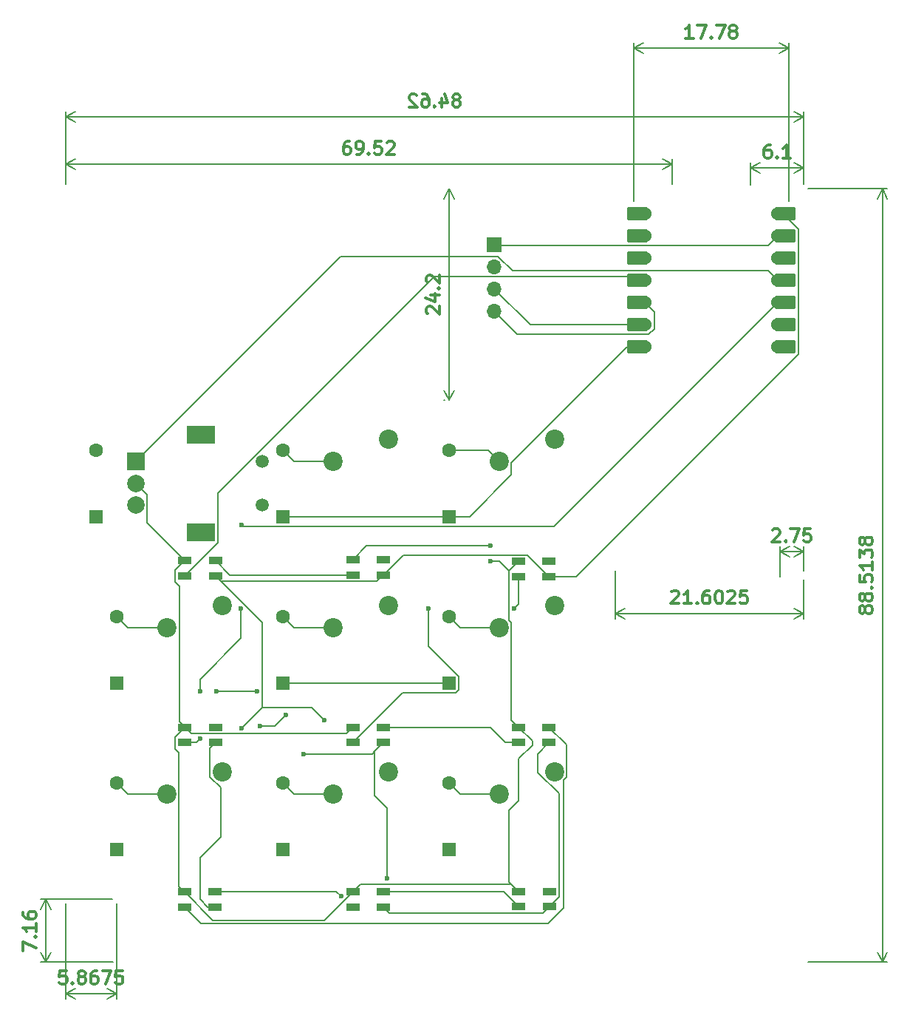
<source format=gbr>
%TF.GenerationSoftware,KiCad,Pcbnew,9.0.2*%
%TF.CreationDate,2025-07-05T22:13:59-05:00*%
%TF.ProjectId,starpad,73746172-7061-4642-9e6b-696361645f70,rev?*%
%TF.SameCoordinates,Original*%
%TF.FileFunction,Copper,L1,Top*%
%TF.FilePolarity,Positive*%
%FSLAX46Y46*%
G04 Gerber Fmt 4.6, Leading zero omitted, Abs format (unit mm)*
G04 Created by KiCad (PCBNEW 9.0.2) date 2025-07-05 22:13:59*
%MOMM*%
%LPD*%
G01*
G04 APERTURE LIST*
G04 Aperture macros list*
%AMRoundRect*
0 Rectangle with rounded corners*
0 $1 Rounding radius*
0 $2 $3 $4 $5 $6 $7 $8 $9 X,Y pos of 4 corners*
0 Add a 4 corners polygon primitive as box body*
4,1,4,$2,$3,$4,$5,$6,$7,$8,$9,$2,$3,0*
0 Add four circle primitives for the rounded corners*
1,1,$1+$1,$2,$3*
1,1,$1+$1,$4,$5*
1,1,$1+$1,$6,$7*
1,1,$1+$1,$8,$9*
0 Add four rect primitives between the rounded corners*
20,1,$1+$1,$2,$3,$4,$5,0*
20,1,$1+$1,$4,$5,$6,$7,0*
20,1,$1+$1,$6,$7,$8,$9,0*
20,1,$1+$1,$8,$9,$2,$3,0*%
G04 Aperture macros list end*
%ADD10C,0.300000*%
%TA.AperFunction,NonConductor*%
%ADD11C,0.300000*%
%TD*%
%TA.AperFunction,NonConductor*%
%ADD12C,0.200000*%
%TD*%
%TA.AperFunction,SMDPad,CuDef*%
%ADD13RoundRect,0.152400X1.063600X0.609600X-1.063600X0.609600X-1.063600X-0.609600X1.063600X-0.609600X0*%
%TD*%
%TA.AperFunction,ComponentPad*%
%ADD14C,1.524000*%
%TD*%
%TA.AperFunction,SMDPad,CuDef*%
%ADD15RoundRect,0.152400X-1.063600X-0.609600X1.063600X-0.609600X1.063600X0.609600X-1.063600X0.609600X0*%
%TD*%
%TA.AperFunction,SMDPad,CuDef*%
%ADD16R,1.600000X0.850000*%
%TD*%
%TA.AperFunction,ComponentPad*%
%ADD17RoundRect,0.250000X0.550000X-0.550000X0.550000X0.550000X-0.550000X0.550000X-0.550000X-0.550000X0*%
%TD*%
%TA.AperFunction,ComponentPad*%
%ADD18C,1.600000*%
%TD*%
%TA.AperFunction,ComponentPad*%
%ADD19R,1.700000X1.700000*%
%TD*%
%TA.AperFunction,ComponentPad*%
%ADD20O,1.700000X1.700000*%
%TD*%
%TA.AperFunction,ComponentPad*%
%ADD21C,2.200000*%
%TD*%
%TA.AperFunction,ComponentPad*%
%ADD22C,1.500000*%
%TD*%
%TA.AperFunction,ComponentPad*%
%ADD23R,2.000000X2.000000*%
%TD*%
%TA.AperFunction,ComponentPad*%
%ADD24C,2.000000*%
%TD*%
%TA.AperFunction,ComponentPad*%
%ADD25R,3.200000X2.000000*%
%TD*%
%TA.AperFunction,ViaPad*%
%ADD26C,0.600000*%
%TD*%
%TA.AperFunction,Conductor*%
%ADD27C,0.200000*%
%TD*%
G04 APERTURE END LIST*
D10*
D11*
X146600715Y-129171185D02*
X146672143Y-129099757D01*
X146672143Y-129099757D02*
X146815001Y-129028328D01*
X146815001Y-129028328D02*
X147172143Y-129028328D01*
X147172143Y-129028328D02*
X147315001Y-129099757D01*
X147315001Y-129099757D02*
X147386429Y-129171185D01*
X147386429Y-129171185D02*
X147457858Y-129314042D01*
X147457858Y-129314042D02*
X147457858Y-129456900D01*
X147457858Y-129456900D02*
X147386429Y-129671185D01*
X147386429Y-129671185D02*
X146529286Y-130528328D01*
X146529286Y-130528328D02*
X147457858Y-130528328D01*
X148100714Y-130385471D02*
X148172143Y-130456900D01*
X148172143Y-130456900D02*
X148100714Y-130528328D01*
X148100714Y-130528328D02*
X148029286Y-130456900D01*
X148029286Y-130456900D02*
X148100714Y-130385471D01*
X148100714Y-130385471D02*
X148100714Y-130528328D01*
X148672143Y-129028328D02*
X149672143Y-129028328D01*
X149672143Y-129028328D02*
X149029286Y-130528328D01*
X150957857Y-129028328D02*
X150243571Y-129028328D01*
X150243571Y-129028328D02*
X150172143Y-129742614D01*
X150172143Y-129742614D02*
X150243571Y-129671185D01*
X150243571Y-129671185D02*
X150386429Y-129599757D01*
X150386429Y-129599757D02*
X150743571Y-129599757D01*
X150743571Y-129599757D02*
X150886429Y-129671185D01*
X150886429Y-129671185D02*
X150957857Y-129742614D01*
X150957857Y-129742614D02*
X151029286Y-129885471D01*
X151029286Y-129885471D02*
X151029286Y-130242614D01*
X151029286Y-130242614D02*
X150957857Y-130385471D01*
X150957857Y-130385471D02*
X150886429Y-130456900D01*
X150886429Y-130456900D02*
X150743571Y-130528328D01*
X150743571Y-130528328D02*
X150386429Y-130528328D01*
X150386429Y-130528328D02*
X150243571Y-130456900D01*
X150243571Y-130456900D02*
X150172143Y-130385471D01*
D12*
X150190000Y-133836875D02*
X150190000Y-131063580D01*
X147440000Y-131063580D02*
X147440000Y-134460000D01*
X150190000Y-131650000D02*
X147440000Y-131650000D01*
X150190000Y-131650000D02*
X149063496Y-132236421D01*
X150190000Y-131650000D02*
X149063496Y-131063579D01*
X147440000Y-131650000D02*
X148566504Y-131063579D01*
X147440000Y-131650000D02*
X148566504Y-132236421D01*
D10*
D11*
X137518572Y-72848328D02*
X136661429Y-72848328D01*
X137090000Y-72848328D02*
X137090000Y-71348328D01*
X137090000Y-71348328D02*
X136947143Y-71562614D01*
X136947143Y-71562614D02*
X136804286Y-71705471D01*
X136804286Y-71705471D02*
X136661429Y-71776900D01*
X138018571Y-71348328D02*
X139018571Y-71348328D01*
X139018571Y-71348328D02*
X138375714Y-72848328D01*
X139589999Y-72705471D02*
X139661428Y-72776900D01*
X139661428Y-72776900D02*
X139589999Y-72848328D01*
X139589999Y-72848328D02*
X139518571Y-72776900D01*
X139518571Y-72776900D02*
X139589999Y-72705471D01*
X139589999Y-72705471D02*
X139589999Y-72848328D01*
X140161428Y-71348328D02*
X141161428Y-71348328D01*
X141161428Y-71348328D02*
X140518571Y-72848328D01*
X141947142Y-71991185D02*
X141804285Y-71919757D01*
X141804285Y-71919757D02*
X141732856Y-71848328D01*
X141732856Y-71848328D02*
X141661428Y-71705471D01*
X141661428Y-71705471D02*
X141661428Y-71634042D01*
X141661428Y-71634042D02*
X141732856Y-71491185D01*
X141732856Y-71491185D02*
X141804285Y-71419757D01*
X141804285Y-71419757D02*
X141947142Y-71348328D01*
X141947142Y-71348328D02*
X142232856Y-71348328D01*
X142232856Y-71348328D02*
X142375714Y-71419757D01*
X142375714Y-71419757D02*
X142447142Y-71491185D01*
X142447142Y-71491185D02*
X142518571Y-71634042D01*
X142518571Y-71634042D02*
X142518571Y-71705471D01*
X142518571Y-71705471D02*
X142447142Y-71848328D01*
X142447142Y-71848328D02*
X142375714Y-71919757D01*
X142375714Y-71919757D02*
X142232856Y-71991185D01*
X142232856Y-71991185D02*
X141947142Y-71991185D01*
X141947142Y-71991185D02*
X141804285Y-72062614D01*
X141804285Y-72062614D02*
X141732856Y-72134042D01*
X141732856Y-72134042D02*
X141661428Y-72276900D01*
X141661428Y-72276900D02*
X141661428Y-72562614D01*
X141661428Y-72562614D02*
X141732856Y-72705471D01*
X141732856Y-72705471D02*
X141804285Y-72776900D01*
X141804285Y-72776900D02*
X141947142Y-72848328D01*
X141947142Y-72848328D02*
X142232856Y-72848328D01*
X142232856Y-72848328D02*
X142375714Y-72776900D01*
X142375714Y-72776900D02*
X142447142Y-72705471D01*
X142447142Y-72705471D02*
X142518571Y-72562614D01*
X142518571Y-72562614D02*
X142518571Y-72276900D01*
X142518571Y-72276900D02*
X142447142Y-72134042D01*
X142447142Y-72134042D02*
X142375714Y-72062614D01*
X142375714Y-72062614D02*
X142232856Y-71991185D01*
D12*
X130700000Y-91444000D02*
X130700000Y-73383580D01*
X148480000Y-73383580D02*
X148480000Y-91444000D01*
X130700000Y-73970000D02*
X148480000Y-73970000D01*
X130700000Y-73970000D02*
X131826504Y-73383579D01*
X130700000Y-73970000D02*
X131826504Y-74556421D01*
X148480000Y-73970000D02*
X147353496Y-74556421D01*
X148480000Y-73970000D02*
X147353496Y-73383579D01*
D10*
D11*
X107061185Y-104394284D02*
X106989757Y-104322856D01*
X106989757Y-104322856D02*
X106918328Y-104179999D01*
X106918328Y-104179999D02*
X106918328Y-103822856D01*
X106918328Y-103822856D02*
X106989757Y-103679999D01*
X106989757Y-103679999D02*
X107061185Y-103608570D01*
X107061185Y-103608570D02*
X107204042Y-103537141D01*
X107204042Y-103537141D02*
X107346900Y-103537141D01*
X107346900Y-103537141D02*
X107561185Y-103608570D01*
X107561185Y-103608570D02*
X108418328Y-104465713D01*
X108418328Y-104465713D02*
X108418328Y-103537141D01*
X107418328Y-102251428D02*
X108418328Y-102251428D01*
X106846900Y-102608570D02*
X107918328Y-102965713D01*
X107918328Y-102965713D02*
X107918328Y-102037142D01*
X108275471Y-101465714D02*
X108346900Y-101394285D01*
X108346900Y-101394285D02*
X108418328Y-101465714D01*
X108418328Y-101465714D02*
X108346900Y-101537142D01*
X108346900Y-101537142D02*
X108275471Y-101465714D01*
X108275471Y-101465714D02*
X108418328Y-101465714D01*
X107061185Y-100822856D02*
X106989757Y-100751428D01*
X106989757Y-100751428D02*
X106918328Y-100608571D01*
X106918328Y-100608571D02*
X106918328Y-100251428D01*
X106918328Y-100251428D02*
X106989757Y-100108571D01*
X106989757Y-100108571D02*
X107061185Y-100037142D01*
X107061185Y-100037142D02*
X107204042Y-99965713D01*
X107204042Y-99965713D02*
X107346900Y-99965713D01*
X107346900Y-99965713D02*
X107561185Y-100037142D01*
X107561185Y-100037142D02*
X108418328Y-100894285D01*
X108418328Y-100894285D02*
X108418328Y-99965713D01*
D12*
X109047500Y-114280000D02*
X108953580Y-114280000D01*
X109540000Y-90080000D02*
X109540000Y-90080000D01*
X109540000Y-114280000D02*
X109540000Y-90080000D01*
X109540000Y-114280000D02*
X108953579Y-113153496D01*
X109540000Y-114280000D02*
X110126421Y-113153496D01*
X109540000Y-90080000D02*
X110126421Y-91206504D01*
X109540000Y-90080000D02*
X108953579Y-91206504D01*
D10*
D11*
X135031608Y-136221185D02*
X135103036Y-136149757D01*
X135103036Y-136149757D02*
X135245894Y-136078328D01*
X135245894Y-136078328D02*
X135603036Y-136078328D01*
X135603036Y-136078328D02*
X135745894Y-136149757D01*
X135745894Y-136149757D02*
X135817322Y-136221185D01*
X135817322Y-136221185D02*
X135888751Y-136364042D01*
X135888751Y-136364042D02*
X135888751Y-136506900D01*
X135888751Y-136506900D02*
X135817322Y-136721185D01*
X135817322Y-136721185D02*
X134960179Y-137578328D01*
X134960179Y-137578328D02*
X135888751Y-137578328D01*
X137317322Y-137578328D02*
X136460179Y-137578328D01*
X136888750Y-137578328D02*
X136888750Y-136078328D01*
X136888750Y-136078328D02*
X136745893Y-136292614D01*
X136745893Y-136292614D02*
X136603036Y-136435471D01*
X136603036Y-136435471D02*
X136460179Y-136506900D01*
X137960178Y-137435471D02*
X138031607Y-137506900D01*
X138031607Y-137506900D02*
X137960178Y-137578328D01*
X137960178Y-137578328D02*
X137888750Y-137506900D01*
X137888750Y-137506900D02*
X137960178Y-137435471D01*
X137960178Y-137435471D02*
X137960178Y-137578328D01*
X139317322Y-136078328D02*
X139031607Y-136078328D01*
X139031607Y-136078328D02*
X138888750Y-136149757D01*
X138888750Y-136149757D02*
X138817322Y-136221185D01*
X138817322Y-136221185D02*
X138674464Y-136435471D01*
X138674464Y-136435471D02*
X138603036Y-136721185D01*
X138603036Y-136721185D02*
X138603036Y-137292614D01*
X138603036Y-137292614D02*
X138674464Y-137435471D01*
X138674464Y-137435471D02*
X138745893Y-137506900D01*
X138745893Y-137506900D02*
X138888750Y-137578328D01*
X138888750Y-137578328D02*
X139174464Y-137578328D01*
X139174464Y-137578328D02*
X139317322Y-137506900D01*
X139317322Y-137506900D02*
X139388750Y-137435471D01*
X139388750Y-137435471D02*
X139460179Y-137292614D01*
X139460179Y-137292614D02*
X139460179Y-136935471D01*
X139460179Y-136935471D02*
X139388750Y-136792614D01*
X139388750Y-136792614D02*
X139317322Y-136721185D01*
X139317322Y-136721185D02*
X139174464Y-136649757D01*
X139174464Y-136649757D02*
X138888750Y-136649757D01*
X138888750Y-136649757D02*
X138745893Y-136721185D01*
X138745893Y-136721185D02*
X138674464Y-136792614D01*
X138674464Y-136792614D02*
X138603036Y-136935471D01*
X140388750Y-136078328D02*
X140531607Y-136078328D01*
X140531607Y-136078328D02*
X140674464Y-136149757D01*
X140674464Y-136149757D02*
X140745893Y-136221185D01*
X140745893Y-136221185D02*
X140817321Y-136364042D01*
X140817321Y-136364042D02*
X140888750Y-136649757D01*
X140888750Y-136649757D02*
X140888750Y-137006900D01*
X140888750Y-137006900D02*
X140817321Y-137292614D01*
X140817321Y-137292614D02*
X140745893Y-137435471D01*
X140745893Y-137435471D02*
X140674464Y-137506900D01*
X140674464Y-137506900D02*
X140531607Y-137578328D01*
X140531607Y-137578328D02*
X140388750Y-137578328D01*
X140388750Y-137578328D02*
X140245893Y-137506900D01*
X140245893Y-137506900D02*
X140174464Y-137435471D01*
X140174464Y-137435471D02*
X140103035Y-137292614D01*
X140103035Y-137292614D02*
X140031607Y-137006900D01*
X140031607Y-137006900D02*
X140031607Y-136649757D01*
X140031607Y-136649757D02*
X140103035Y-136364042D01*
X140103035Y-136364042D02*
X140174464Y-136221185D01*
X140174464Y-136221185D02*
X140245893Y-136149757D01*
X140245893Y-136149757D02*
X140388750Y-136078328D01*
X141460178Y-136221185D02*
X141531606Y-136149757D01*
X141531606Y-136149757D02*
X141674464Y-136078328D01*
X141674464Y-136078328D02*
X142031606Y-136078328D01*
X142031606Y-136078328D02*
X142174464Y-136149757D01*
X142174464Y-136149757D02*
X142245892Y-136221185D01*
X142245892Y-136221185D02*
X142317321Y-136364042D01*
X142317321Y-136364042D02*
X142317321Y-136506900D01*
X142317321Y-136506900D02*
X142245892Y-136721185D01*
X142245892Y-136721185D02*
X141388749Y-137578328D01*
X141388749Y-137578328D02*
X142317321Y-137578328D01*
X143674463Y-136078328D02*
X142960177Y-136078328D01*
X142960177Y-136078328D02*
X142888749Y-136792614D01*
X142888749Y-136792614D02*
X142960177Y-136721185D01*
X142960177Y-136721185D02*
X143103035Y-136649757D01*
X143103035Y-136649757D02*
X143460177Y-136649757D01*
X143460177Y-136649757D02*
X143603035Y-136721185D01*
X143603035Y-136721185D02*
X143674463Y-136792614D01*
X143674463Y-136792614D02*
X143745892Y-136935471D01*
X143745892Y-136935471D02*
X143745892Y-137292614D01*
X143745892Y-137292614D02*
X143674463Y-137435471D01*
X143674463Y-137435471D02*
X143603035Y-137506900D01*
X143603035Y-137506900D02*
X143460177Y-137578328D01*
X143460177Y-137578328D02*
X143103035Y-137578328D01*
X143103035Y-137578328D02*
X142960177Y-137506900D01*
X142960177Y-137506900D02*
X142888749Y-137435471D01*
D12*
X128587500Y-133850000D02*
X128587500Y-139286420D01*
X150190000Y-139286420D02*
X150190000Y-134836875D01*
X128587500Y-138700000D02*
X150190000Y-138700000D01*
X128587500Y-138700000D02*
X129714004Y-138113579D01*
X128587500Y-138700000D02*
X129714004Y-139286421D01*
X150190000Y-138700000D02*
X149063496Y-139286421D01*
X150190000Y-138700000D02*
X149063496Y-138113579D01*
D10*
D11*
X65646608Y-179618328D02*
X64932322Y-179618328D01*
X64932322Y-179618328D02*
X64860894Y-180332614D01*
X64860894Y-180332614D02*
X64932322Y-180261185D01*
X64932322Y-180261185D02*
X65075180Y-180189757D01*
X65075180Y-180189757D02*
X65432322Y-180189757D01*
X65432322Y-180189757D02*
X65575180Y-180261185D01*
X65575180Y-180261185D02*
X65646608Y-180332614D01*
X65646608Y-180332614D02*
X65718037Y-180475471D01*
X65718037Y-180475471D02*
X65718037Y-180832614D01*
X65718037Y-180832614D02*
X65646608Y-180975471D01*
X65646608Y-180975471D02*
X65575180Y-181046900D01*
X65575180Y-181046900D02*
X65432322Y-181118328D01*
X65432322Y-181118328D02*
X65075180Y-181118328D01*
X65075180Y-181118328D02*
X64932322Y-181046900D01*
X64932322Y-181046900D02*
X64860894Y-180975471D01*
X66360893Y-180975471D02*
X66432322Y-181046900D01*
X66432322Y-181046900D02*
X66360893Y-181118328D01*
X66360893Y-181118328D02*
X66289465Y-181046900D01*
X66289465Y-181046900D02*
X66360893Y-180975471D01*
X66360893Y-180975471D02*
X66360893Y-181118328D01*
X67289465Y-180261185D02*
X67146608Y-180189757D01*
X67146608Y-180189757D02*
X67075179Y-180118328D01*
X67075179Y-180118328D02*
X67003751Y-179975471D01*
X67003751Y-179975471D02*
X67003751Y-179904042D01*
X67003751Y-179904042D02*
X67075179Y-179761185D01*
X67075179Y-179761185D02*
X67146608Y-179689757D01*
X67146608Y-179689757D02*
X67289465Y-179618328D01*
X67289465Y-179618328D02*
X67575179Y-179618328D01*
X67575179Y-179618328D02*
X67718037Y-179689757D01*
X67718037Y-179689757D02*
X67789465Y-179761185D01*
X67789465Y-179761185D02*
X67860894Y-179904042D01*
X67860894Y-179904042D02*
X67860894Y-179975471D01*
X67860894Y-179975471D02*
X67789465Y-180118328D01*
X67789465Y-180118328D02*
X67718037Y-180189757D01*
X67718037Y-180189757D02*
X67575179Y-180261185D01*
X67575179Y-180261185D02*
X67289465Y-180261185D01*
X67289465Y-180261185D02*
X67146608Y-180332614D01*
X67146608Y-180332614D02*
X67075179Y-180404042D01*
X67075179Y-180404042D02*
X67003751Y-180546900D01*
X67003751Y-180546900D02*
X67003751Y-180832614D01*
X67003751Y-180832614D02*
X67075179Y-180975471D01*
X67075179Y-180975471D02*
X67146608Y-181046900D01*
X67146608Y-181046900D02*
X67289465Y-181118328D01*
X67289465Y-181118328D02*
X67575179Y-181118328D01*
X67575179Y-181118328D02*
X67718037Y-181046900D01*
X67718037Y-181046900D02*
X67789465Y-180975471D01*
X67789465Y-180975471D02*
X67860894Y-180832614D01*
X67860894Y-180832614D02*
X67860894Y-180546900D01*
X67860894Y-180546900D02*
X67789465Y-180404042D01*
X67789465Y-180404042D02*
X67718037Y-180332614D01*
X67718037Y-180332614D02*
X67575179Y-180261185D01*
X69146608Y-179618328D02*
X68860893Y-179618328D01*
X68860893Y-179618328D02*
X68718036Y-179689757D01*
X68718036Y-179689757D02*
X68646608Y-179761185D01*
X68646608Y-179761185D02*
X68503750Y-179975471D01*
X68503750Y-179975471D02*
X68432322Y-180261185D01*
X68432322Y-180261185D02*
X68432322Y-180832614D01*
X68432322Y-180832614D02*
X68503750Y-180975471D01*
X68503750Y-180975471D02*
X68575179Y-181046900D01*
X68575179Y-181046900D02*
X68718036Y-181118328D01*
X68718036Y-181118328D02*
X69003750Y-181118328D01*
X69003750Y-181118328D02*
X69146608Y-181046900D01*
X69146608Y-181046900D02*
X69218036Y-180975471D01*
X69218036Y-180975471D02*
X69289465Y-180832614D01*
X69289465Y-180832614D02*
X69289465Y-180475471D01*
X69289465Y-180475471D02*
X69218036Y-180332614D01*
X69218036Y-180332614D02*
X69146608Y-180261185D01*
X69146608Y-180261185D02*
X69003750Y-180189757D01*
X69003750Y-180189757D02*
X68718036Y-180189757D01*
X68718036Y-180189757D02*
X68575179Y-180261185D01*
X68575179Y-180261185D02*
X68503750Y-180332614D01*
X68503750Y-180332614D02*
X68432322Y-180475471D01*
X69789464Y-179618328D02*
X70789464Y-179618328D01*
X70789464Y-179618328D02*
X70146607Y-181118328D01*
X72075178Y-179618328D02*
X71360892Y-179618328D01*
X71360892Y-179618328D02*
X71289464Y-180332614D01*
X71289464Y-180332614D02*
X71360892Y-180261185D01*
X71360892Y-180261185D02*
X71503750Y-180189757D01*
X71503750Y-180189757D02*
X71860892Y-180189757D01*
X71860892Y-180189757D02*
X72003750Y-180261185D01*
X72003750Y-180261185D02*
X72075178Y-180332614D01*
X72075178Y-180332614D02*
X72146607Y-180475471D01*
X72146607Y-180475471D02*
X72146607Y-180832614D01*
X72146607Y-180832614D02*
X72075178Y-180975471D01*
X72075178Y-180975471D02*
X72003750Y-181046900D01*
X72003750Y-181046900D02*
X71860892Y-181118328D01*
X71860892Y-181118328D02*
X71503750Y-181118328D01*
X71503750Y-181118328D02*
X71360892Y-181046900D01*
X71360892Y-181046900D02*
X71289464Y-180975471D01*
D12*
X71437500Y-171950000D02*
X71437500Y-182826420D01*
X65570000Y-182826420D02*
X65570000Y-171950000D01*
X71437500Y-182240000D02*
X65570000Y-182240000D01*
X71437500Y-182240000D02*
X70310996Y-182826421D01*
X71437500Y-182240000D02*
X70310996Y-181653579D01*
X65570000Y-182240000D02*
X66696504Y-181653579D01*
X65570000Y-182240000D02*
X66696504Y-182826421D01*
D10*
D11*
X60688328Y-177315713D02*
X60688328Y-176315713D01*
X60688328Y-176315713D02*
X62188328Y-176958570D01*
X62045471Y-175744285D02*
X62116900Y-175672856D01*
X62116900Y-175672856D02*
X62188328Y-175744285D01*
X62188328Y-175744285D02*
X62116900Y-175815713D01*
X62116900Y-175815713D02*
X62045471Y-175744285D01*
X62045471Y-175744285D02*
X62188328Y-175744285D01*
X62188328Y-174244284D02*
X62188328Y-175101427D01*
X62188328Y-174672856D02*
X60688328Y-174672856D01*
X60688328Y-174672856D02*
X60902614Y-174815713D01*
X60902614Y-174815713D02*
X61045471Y-174958570D01*
X61045471Y-174958570D02*
X61116900Y-175101427D01*
X60688328Y-172958571D02*
X60688328Y-173244285D01*
X60688328Y-173244285D02*
X60759757Y-173387142D01*
X60759757Y-173387142D02*
X60831185Y-173458571D01*
X60831185Y-173458571D02*
X61045471Y-173601428D01*
X61045471Y-173601428D02*
X61331185Y-173672856D01*
X61331185Y-173672856D02*
X61902614Y-173672856D01*
X61902614Y-173672856D02*
X62045471Y-173601428D01*
X62045471Y-173601428D02*
X62116900Y-173529999D01*
X62116900Y-173529999D02*
X62188328Y-173387142D01*
X62188328Y-173387142D02*
X62188328Y-173101428D01*
X62188328Y-173101428D02*
X62116900Y-172958571D01*
X62116900Y-172958571D02*
X62045471Y-172887142D01*
X62045471Y-172887142D02*
X61902614Y-172815713D01*
X61902614Y-172815713D02*
X61545471Y-172815713D01*
X61545471Y-172815713D02*
X61402614Y-172887142D01*
X61402614Y-172887142D02*
X61331185Y-172958571D01*
X61331185Y-172958571D02*
X61259757Y-173101428D01*
X61259757Y-173101428D02*
X61259757Y-173387142D01*
X61259757Y-173387142D02*
X61331185Y-173529999D01*
X61331185Y-173529999D02*
X61402614Y-173601428D01*
X61402614Y-173601428D02*
X61545471Y-173672856D01*
D12*
X70937500Y-171450000D02*
X62723580Y-171450000D01*
X62723580Y-178610000D02*
X71020000Y-178610000D01*
X63310000Y-171450000D02*
X63310000Y-178610000D01*
X63310000Y-171450000D02*
X63896421Y-172576504D01*
X63310000Y-171450000D02*
X62723579Y-172576504D01*
X63310000Y-178610000D02*
X62723579Y-177483496D01*
X63310000Y-178610000D02*
X63896421Y-177483496D01*
D10*
D11*
X98115715Y-84638328D02*
X97830000Y-84638328D01*
X97830000Y-84638328D02*
X97687143Y-84709757D01*
X97687143Y-84709757D02*
X97615715Y-84781185D01*
X97615715Y-84781185D02*
X97472857Y-84995471D01*
X97472857Y-84995471D02*
X97401429Y-85281185D01*
X97401429Y-85281185D02*
X97401429Y-85852614D01*
X97401429Y-85852614D02*
X97472857Y-85995471D01*
X97472857Y-85995471D02*
X97544286Y-86066900D01*
X97544286Y-86066900D02*
X97687143Y-86138328D01*
X97687143Y-86138328D02*
X97972857Y-86138328D01*
X97972857Y-86138328D02*
X98115715Y-86066900D01*
X98115715Y-86066900D02*
X98187143Y-85995471D01*
X98187143Y-85995471D02*
X98258572Y-85852614D01*
X98258572Y-85852614D02*
X98258572Y-85495471D01*
X98258572Y-85495471D02*
X98187143Y-85352614D01*
X98187143Y-85352614D02*
X98115715Y-85281185D01*
X98115715Y-85281185D02*
X97972857Y-85209757D01*
X97972857Y-85209757D02*
X97687143Y-85209757D01*
X97687143Y-85209757D02*
X97544286Y-85281185D01*
X97544286Y-85281185D02*
X97472857Y-85352614D01*
X97472857Y-85352614D02*
X97401429Y-85495471D01*
X98972857Y-86138328D02*
X99258571Y-86138328D01*
X99258571Y-86138328D02*
X99401428Y-86066900D01*
X99401428Y-86066900D02*
X99472857Y-85995471D01*
X99472857Y-85995471D02*
X99615714Y-85781185D01*
X99615714Y-85781185D02*
X99687143Y-85495471D01*
X99687143Y-85495471D02*
X99687143Y-84924042D01*
X99687143Y-84924042D02*
X99615714Y-84781185D01*
X99615714Y-84781185D02*
X99544286Y-84709757D01*
X99544286Y-84709757D02*
X99401428Y-84638328D01*
X99401428Y-84638328D02*
X99115714Y-84638328D01*
X99115714Y-84638328D02*
X98972857Y-84709757D01*
X98972857Y-84709757D02*
X98901428Y-84781185D01*
X98901428Y-84781185D02*
X98830000Y-84924042D01*
X98830000Y-84924042D02*
X98830000Y-85281185D01*
X98830000Y-85281185D02*
X98901428Y-85424042D01*
X98901428Y-85424042D02*
X98972857Y-85495471D01*
X98972857Y-85495471D02*
X99115714Y-85566900D01*
X99115714Y-85566900D02*
X99401428Y-85566900D01*
X99401428Y-85566900D02*
X99544286Y-85495471D01*
X99544286Y-85495471D02*
X99615714Y-85424042D01*
X99615714Y-85424042D02*
X99687143Y-85281185D01*
X100329999Y-85995471D02*
X100401428Y-86066900D01*
X100401428Y-86066900D02*
X100329999Y-86138328D01*
X100329999Y-86138328D02*
X100258571Y-86066900D01*
X100258571Y-86066900D02*
X100329999Y-85995471D01*
X100329999Y-85995471D02*
X100329999Y-86138328D01*
X101758571Y-84638328D02*
X101044285Y-84638328D01*
X101044285Y-84638328D02*
X100972857Y-85352614D01*
X100972857Y-85352614D02*
X101044285Y-85281185D01*
X101044285Y-85281185D02*
X101187143Y-85209757D01*
X101187143Y-85209757D02*
X101544285Y-85209757D01*
X101544285Y-85209757D02*
X101687143Y-85281185D01*
X101687143Y-85281185D02*
X101758571Y-85352614D01*
X101758571Y-85352614D02*
X101830000Y-85495471D01*
X101830000Y-85495471D02*
X101830000Y-85852614D01*
X101830000Y-85852614D02*
X101758571Y-85995471D01*
X101758571Y-85995471D02*
X101687143Y-86066900D01*
X101687143Y-86066900D02*
X101544285Y-86138328D01*
X101544285Y-86138328D02*
X101187143Y-86138328D01*
X101187143Y-86138328D02*
X101044285Y-86066900D01*
X101044285Y-86066900D02*
X100972857Y-85995471D01*
X102401428Y-84781185D02*
X102472856Y-84709757D01*
X102472856Y-84709757D02*
X102615714Y-84638328D01*
X102615714Y-84638328D02*
X102972856Y-84638328D01*
X102972856Y-84638328D02*
X103115714Y-84709757D01*
X103115714Y-84709757D02*
X103187142Y-84781185D01*
X103187142Y-84781185D02*
X103258571Y-84924042D01*
X103258571Y-84924042D02*
X103258571Y-85066900D01*
X103258571Y-85066900D02*
X103187142Y-85281185D01*
X103187142Y-85281185D02*
X102329999Y-86138328D01*
X102329999Y-86138328D02*
X103258571Y-86138328D01*
D12*
X135090000Y-89530000D02*
X135090000Y-86673580D01*
X65570000Y-86673580D02*
X65570000Y-89580000D01*
X135090000Y-87260000D02*
X65570000Y-87260000D01*
X135090000Y-87260000D02*
X133963496Y-87846421D01*
X135090000Y-87260000D02*
X133963496Y-86673579D01*
X65570000Y-87260000D02*
X66696504Y-86673579D01*
X65570000Y-87260000D02*
X66696504Y-87846421D01*
D10*
D11*
X146354286Y-85038328D02*
X146068571Y-85038328D01*
X146068571Y-85038328D02*
X145925714Y-85109757D01*
X145925714Y-85109757D02*
X145854286Y-85181185D01*
X145854286Y-85181185D02*
X145711428Y-85395471D01*
X145711428Y-85395471D02*
X145640000Y-85681185D01*
X145640000Y-85681185D02*
X145640000Y-86252614D01*
X145640000Y-86252614D02*
X145711428Y-86395471D01*
X145711428Y-86395471D02*
X145782857Y-86466900D01*
X145782857Y-86466900D02*
X145925714Y-86538328D01*
X145925714Y-86538328D02*
X146211428Y-86538328D01*
X146211428Y-86538328D02*
X146354286Y-86466900D01*
X146354286Y-86466900D02*
X146425714Y-86395471D01*
X146425714Y-86395471D02*
X146497143Y-86252614D01*
X146497143Y-86252614D02*
X146497143Y-85895471D01*
X146497143Y-85895471D02*
X146425714Y-85752614D01*
X146425714Y-85752614D02*
X146354286Y-85681185D01*
X146354286Y-85681185D02*
X146211428Y-85609757D01*
X146211428Y-85609757D02*
X145925714Y-85609757D01*
X145925714Y-85609757D02*
X145782857Y-85681185D01*
X145782857Y-85681185D02*
X145711428Y-85752614D01*
X145711428Y-85752614D02*
X145640000Y-85895471D01*
X147139999Y-86395471D02*
X147211428Y-86466900D01*
X147211428Y-86466900D02*
X147139999Y-86538328D01*
X147139999Y-86538328D02*
X147068571Y-86466900D01*
X147068571Y-86466900D02*
X147139999Y-86395471D01*
X147139999Y-86395471D02*
X147139999Y-86538328D01*
X148640000Y-86538328D02*
X147782857Y-86538328D01*
X148211428Y-86538328D02*
X148211428Y-85038328D01*
X148211428Y-85038328D02*
X148068571Y-85252614D01*
X148068571Y-85252614D02*
X147925714Y-85395471D01*
X147925714Y-85395471D02*
X147782857Y-85466900D01*
D12*
X150190000Y-89580000D02*
X150190000Y-87073580D01*
X144090000Y-87073580D02*
X144090000Y-89620000D01*
X150190000Y-87660000D02*
X144090000Y-87660000D01*
X150190000Y-87660000D02*
X149063496Y-88246421D01*
X150190000Y-87660000D02*
X149063496Y-87073579D01*
X144090000Y-87660000D02*
X145216504Y-87073579D01*
X144090000Y-87660000D02*
X145216504Y-88246421D01*
D10*
D11*
X157211185Y-138408302D02*
X157139757Y-138551159D01*
X157139757Y-138551159D02*
X157068328Y-138622588D01*
X157068328Y-138622588D02*
X156925471Y-138694016D01*
X156925471Y-138694016D02*
X156854042Y-138694016D01*
X156854042Y-138694016D02*
X156711185Y-138622588D01*
X156711185Y-138622588D02*
X156639757Y-138551159D01*
X156639757Y-138551159D02*
X156568328Y-138408302D01*
X156568328Y-138408302D02*
X156568328Y-138122588D01*
X156568328Y-138122588D02*
X156639757Y-137979731D01*
X156639757Y-137979731D02*
X156711185Y-137908302D01*
X156711185Y-137908302D02*
X156854042Y-137836873D01*
X156854042Y-137836873D02*
X156925471Y-137836873D01*
X156925471Y-137836873D02*
X157068328Y-137908302D01*
X157068328Y-137908302D02*
X157139757Y-137979731D01*
X157139757Y-137979731D02*
X157211185Y-138122588D01*
X157211185Y-138122588D02*
X157211185Y-138408302D01*
X157211185Y-138408302D02*
X157282614Y-138551159D01*
X157282614Y-138551159D02*
X157354042Y-138622588D01*
X157354042Y-138622588D02*
X157496900Y-138694016D01*
X157496900Y-138694016D02*
X157782614Y-138694016D01*
X157782614Y-138694016D02*
X157925471Y-138622588D01*
X157925471Y-138622588D02*
X157996900Y-138551159D01*
X157996900Y-138551159D02*
X158068328Y-138408302D01*
X158068328Y-138408302D02*
X158068328Y-138122588D01*
X158068328Y-138122588D02*
X157996900Y-137979731D01*
X157996900Y-137979731D02*
X157925471Y-137908302D01*
X157925471Y-137908302D02*
X157782614Y-137836873D01*
X157782614Y-137836873D02*
X157496900Y-137836873D01*
X157496900Y-137836873D02*
X157354042Y-137908302D01*
X157354042Y-137908302D02*
X157282614Y-137979731D01*
X157282614Y-137979731D02*
X157211185Y-138122588D01*
X157211185Y-136979731D02*
X157139757Y-137122588D01*
X157139757Y-137122588D02*
X157068328Y-137194017D01*
X157068328Y-137194017D02*
X156925471Y-137265445D01*
X156925471Y-137265445D02*
X156854042Y-137265445D01*
X156854042Y-137265445D02*
X156711185Y-137194017D01*
X156711185Y-137194017D02*
X156639757Y-137122588D01*
X156639757Y-137122588D02*
X156568328Y-136979731D01*
X156568328Y-136979731D02*
X156568328Y-136694017D01*
X156568328Y-136694017D02*
X156639757Y-136551160D01*
X156639757Y-136551160D02*
X156711185Y-136479731D01*
X156711185Y-136479731D02*
X156854042Y-136408302D01*
X156854042Y-136408302D02*
X156925471Y-136408302D01*
X156925471Y-136408302D02*
X157068328Y-136479731D01*
X157068328Y-136479731D02*
X157139757Y-136551160D01*
X157139757Y-136551160D02*
X157211185Y-136694017D01*
X157211185Y-136694017D02*
X157211185Y-136979731D01*
X157211185Y-136979731D02*
X157282614Y-137122588D01*
X157282614Y-137122588D02*
X157354042Y-137194017D01*
X157354042Y-137194017D02*
X157496900Y-137265445D01*
X157496900Y-137265445D02*
X157782614Y-137265445D01*
X157782614Y-137265445D02*
X157925471Y-137194017D01*
X157925471Y-137194017D02*
X157996900Y-137122588D01*
X157996900Y-137122588D02*
X158068328Y-136979731D01*
X158068328Y-136979731D02*
X158068328Y-136694017D01*
X158068328Y-136694017D02*
X157996900Y-136551160D01*
X157996900Y-136551160D02*
X157925471Y-136479731D01*
X157925471Y-136479731D02*
X157782614Y-136408302D01*
X157782614Y-136408302D02*
X157496900Y-136408302D01*
X157496900Y-136408302D02*
X157354042Y-136479731D01*
X157354042Y-136479731D02*
X157282614Y-136551160D01*
X157282614Y-136551160D02*
X157211185Y-136694017D01*
X157925471Y-135765446D02*
X157996900Y-135694017D01*
X157996900Y-135694017D02*
X158068328Y-135765446D01*
X158068328Y-135765446D02*
X157996900Y-135836874D01*
X157996900Y-135836874D02*
X157925471Y-135765446D01*
X157925471Y-135765446D02*
X158068328Y-135765446D01*
X156568328Y-134336874D02*
X156568328Y-135051160D01*
X156568328Y-135051160D02*
X157282614Y-135122588D01*
X157282614Y-135122588D02*
X157211185Y-135051160D01*
X157211185Y-135051160D02*
X157139757Y-134908303D01*
X157139757Y-134908303D02*
X157139757Y-134551160D01*
X157139757Y-134551160D02*
X157211185Y-134408303D01*
X157211185Y-134408303D02*
X157282614Y-134336874D01*
X157282614Y-134336874D02*
X157425471Y-134265445D01*
X157425471Y-134265445D02*
X157782614Y-134265445D01*
X157782614Y-134265445D02*
X157925471Y-134336874D01*
X157925471Y-134336874D02*
X157996900Y-134408303D01*
X157996900Y-134408303D02*
X158068328Y-134551160D01*
X158068328Y-134551160D02*
X158068328Y-134908303D01*
X158068328Y-134908303D02*
X157996900Y-135051160D01*
X157996900Y-135051160D02*
X157925471Y-135122588D01*
X158068328Y-132836874D02*
X158068328Y-133694017D01*
X158068328Y-133265446D02*
X156568328Y-133265446D01*
X156568328Y-133265446D02*
X156782614Y-133408303D01*
X156782614Y-133408303D02*
X156925471Y-133551160D01*
X156925471Y-133551160D02*
X156996900Y-133694017D01*
X156568328Y-132336875D02*
X156568328Y-131408303D01*
X156568328Y-131408303D02*
X157139757Y-131908303D01*
X157139757Y-131908303D02*
X157139757Y-131694018D01*
X157139757Y-131694018D02*
X157211185Y-131551161D01*
X157211185Y-131551161D02*
X157282614Y-131479732D01*
X157282614Y-131479732D02*
X157425471Y-131408303D01*
X157425471Y-131408303D02*
X157782614Y-131408303D01*
X157782614Y-131408303D02*
X157925471Y-131479732D01*
X157925471Y-131479732D02*
X157996900Y-131551161D01*
X157996900Y-131551161D02*
X158068328Y-131694018D01*
X158068328Y-131694018D02*
X158068328Y-132122589D01*
X158068328Y-132122589D02*
X157996900Y-132265446D01*
X157996900Y-132265446D02*
X157925471Y-132336875D01*
X157211185Y-130551161D02*
X157139757Y-130694018D01*
X157139757Y-130694018D02*
X157068328Y-130765447D01*
X157068328Y-130765447D02*
X156925471Y-130836875D01*
X156925471Y-130836875D02*
X156854042Y-130836875D01*
X156854042Y-130836875D02*
X156711185Y-130765447D01*
X156711185Y-130765447D02*
X156639757Y-130694018D01*
X156639757Y-130694018D02*
X156568328Y-130551161D01*
X156568328Y-130551161D02*
X156568328Y-130265447D01*
X156568328Y-130265447D02*
X156639757Y-130122590D01*
X156639757Y-130122590D02*
X156711185Y-130051161D01*
X156711185Y-130051161D02*
X156854042Y-129979732D01*
X156854042Y-129979732D02*
X156925471Y-129979732D01*
X156925471Y-129979732D02*
X157068328Y-130051161D01*
X157068328Y-130051161D02*
X157139757Y-130122590D01*
X157139757Y-130122590D02*
X157211185Y-130265447D01*
X157211185Y-130265447D02*
X157211185Y-130551161D01*
X157211185Y-130551161D02*
X157282614Y-130694018D01*
X157282614Y-130694018D02*
X157354042Y-130765447D01*
X157354042Y-130765447D02*
X157496900Y-130836875D01*
X157496900Y-130836875D02*
X157782614Y-130836875D01*
X157782614Y-130836875D02*
X157925471Y-130765447D01*
X157925471Y-130765447D02*
X157996900Y-130694018D01*
X157996900Y-130694018D02*
X158068328Y-130551161D01*
X158068328Y-130551161D02*
X158068328Y-130265447D01*
X158068328Y-130265447D02*
X157996900Y-130122590D01*
X157996900Y-130122590D02*
X157925471Y-130051161D01*
X157925471Y-130051161D02*
X157782614Y-129979732D01*
X157782614Y-129979732D02*
X157496900Y-129979732D01*
X157496900Y-129979732D02*
X157354042Y-130051161D01*
X157354042Y-130051161D02*
X157282614Y-130122590D01*
X157282614Y-130122590D02*
X157211185Y-130265447D01*
D12*
X150690000Y-90080000D02*
X159776420Y-90080000D01*
X159776420Y-178593750D02*
X150690000Y-178593750D01*
X159190000Y-90080000D02*
X159190000Y-178593750D01*
X159190000Y-90080000D02*
X159776421Y-91206504D01*
X159190000Y-90080000D02*
X158603579Y-91206504D01*
X159190000Y-178593750D02*
X158603579Y-177467246D01*
X159190000Y-178593750D02*
X159776421Y-177467246D01*
D10*
D11*
X110522856Y-79891185D02*
X110665713Y-79819757D01*
X110665713Y-79819757D02*
X110737142Y-79748328D01*
X110737142Y-79748328D02*
X110808570Y-79605471D01*
X110808570Y-79605471D02*
X110808570Y-79534042D01*
X110808570Y-79534042D02*
X110737142Y-79391185D01*
X110737142Y-79391185D02*
X110665713Y-79319757D01*
X110665713Y-79319757D02*
X110522856Y-79248328D01*
X110522856Y-79248328D02*
X110237142Y-79248328D01*
X110237142Y-79248328D02*
X110094285Y-79319757D01*
X110094285Y-79319757D02*
X110022856Y-79391185D01*
X110022856Y-79391185D02*
X109951427Y-79534042D01*
X109951427Y-79534042D02*
X109951427Y-79605471D01*
X109951427Y-79605471D02*
X110022856Y-79748328D01*
X110022856Y-79748328D02*
X110094285Y-79819757D01*
X110094285Y-79819757D02*
X110237142Y-79891185D01*
X110237142Y-79891185D02*
X110522856Y-79891185D01*
X110522856Y-79891185D02*
X110665713Y-79962614D01*
X110665713Y-79962614D02*
X110737142Y-80034042D01*
X110737142Y-80034042D02*
X110808570Y-80176900D01*
X110808570Y-80176900D02*
X110808570Y-80462614D01*
X110808570Y-80462614D02*
X110737142Y-80605471D01*
X110737142Y-80605471D02*
X110665713Y-80676900D01*
X110665713Y-80676900D02*
X110522856Y-80748328D01*
X110522856Y-80748328D02*
X110237142Y-80748328D01*
X110237142Y-80748328D02*
X110094285Y-80676900D01*
X110094285Y-80676900D02*
X110022856Y-80605471D01*
X110022856Y-80605471D02*
X109951427Y-80462614D01*
X109951427Y-80462614D02*
X109951427Y-80176900D01*
X109951427Y-80176900D02*
X110022856Y-80034042D01*
X110022856Y-80034042D02*
X110094285Y-79962614D01*
X110094285Y-79962614D02*
X110237142Y-79891185D01*
X108665714Y-79748328D02*
X108665714Y-80748328D01*
X109022856Y-79176900D02*
X109379999Y-80248328D01*
X109379999Y-80248328D02*
X108451428Y-80248328D01*
X107880000Y-80605471D02*
X107808571Y-80676900D01*
X107808571Y-80676900D02*
X107880000Y-80748328D01*
X107880000Y-80748328D02*
X107951428Y-80676900D01*
X107951428Y-80676900D02*
X107880000Y-80605471D01*
X107880000Y-80605471D02*
X107880000Y-80748328D01*
X106522857Y-79248328D02*
X106808571Y-79248328D01*
X106808571Y-79248328D02*
X106951428Y-79319757D01*
X106951428Y-79319757D02*
X107022857Y-79391185D01*
X107022857Y-79391185D02*
X107165714Y-79605471D01*
X107165714Y-79605471D02*
X107237142Y-79891185D01*
X107237142Y-79891185D02*
X107237142Y-80462614D01*
X107237142Y-80462614D02*
X107165714Y-80605471D01*
X107165714Y-80605471D02*
X107094285Y-80676900D01*
X107094285Y-80676900D02*
X106951428Y-80748328D01*
X106951428Y-80748328D02*
X106665714Y-80748328D01*
X106665714Y-80748328D02*
X106522857Y-80676900D01*
X106522857Y-80676900D02*
X106451428Y-80605471D01*
X106451428Y-80605471D02*
X106379999Y-80462614D01*
X106379999Y-80462614D02*
X106379999Y-80105471D01*
X106379999Y-80105471D02*
X106451428Y-79962614D01*
X106451428Y-79962614D02*
X106522857Y-79891185D01*
X106522857Y-79891185D02*
X106665714Y-79819757D01*
X106665714Y-79819757D02*
X106951428Y-79819757D01*
X106951428Y-79819757D02*
X107094285Y-79891185D01*
X107094285Y-79891185D02*
X107165714Y-79962614D01*
X107165714Y-79962614D02*
X107237142Y-80105471D01*
X105808571Y-79391185D02*
X105737143Y-79319757D01*
X105737143Y-79319757D02*
X105594286Y-79248328D01*
X105594286Y-79248328D02*
X105237143Y-79248328D01*
X105237143Y-79248328D02*
X105094286Y-79319757D01*
X105094286Y-79319757D02*
X105022857Y-79391185D01*
X105022857Y-79391185D02*
X104951428Y-79534042D01*
X104951428Y-79534042D02*
X104951428Y-79676900D01*
X104951428Y-79676900D02*
X105022857Y-79891185D01*
X105022857Y-79891185D02*
X105880000Y-80748328D01*
X105880000Y-80748328D02*
X104951428Y-80748328D01*
D12*
X150190000Y-89580000D02*
X150190000Y-81283580D01*
X65570000Y-81283580D02*
X65570000Y-89580000D01*
X150190000Y-81870000D02*
X65570000Y-81870000D01*
X150190000Y-81870000D02*
X149063496Y-82456421D01*
X150190000Y-81870000D02*
X149063496Y-81283579D01*
X65570000Y-81870000D02*
X66696504Y-81283579D01*
X65570000Y-81870000D02*
X66696504Y-82456421D01*
D13*
%TO.P,U1,1,GPIO26/ADC0/A0*%
%TO.N,Col1*%
X131135000Y-92960000D03*
D14*
X131970000Y-92960000D03*
D13*
%TO.P,U1,2,GPIO27/ADC1/A1*%
%TO.N,Col2*%
X131135000Y-95500000D03*
D14*
X131970000Y-95500000D03*
D13*
%TO.P,U1,3,GPIO28/ADC2/A2*%
%TO.N,Col3*%
X131135000Y-98040000D03*
D14*
X131970000Y-98040000D03*
D13*
%TO.P,U1,4,GPIO29/ADC3/A3*%
%TO.N,LEDs*%
X131135000Y-100580000D03*
D14*
X131970000Y-100580000D03*
D13*
%TO.P,U1,5,GPIO6/SDA*%
%TO.N,SDA*%
X131135000Y-103120000D03*
D14*
X131970000Y-103120000D03*
D13*
%TO.P,U1,6,GPIO7/SCL*%
%TO.N,SCL*%
X131135000Y-105660000D03*
D14*
X131970000Y-105660000D03*
D13*
%TO.P,U1,7,GPIO0/TX*%
%TO.N,Row1*%
X131135000Y-108200000D03*
D14*
X131970000Y-108200000D03*
%TO.P,U1,8,GPIO1/RX*%
%TO.N,Row3*%
X147210000Y-108200000D03*
D15*
X148045000Y-108200000D03*
D14*
%TO.P,U1,9,GPIO2/SCK*%
%TO.N,Row2*%
X147210000Y-105660000D03*
D15*
X148045000Y-105660000D03*
D14*
%TO.P,U1,10,GPIO4/MISO*%
%TO.N,Rota2*%
X147210000Y-103120000D03*
D15*
X148045000Y-103120000D03*
D14*
%TO.P,U1,11,GPIO3/MOSI*%
%TO.N,Rota1*%
X147210000Y-100580000D03*
D15*
X148045000Y-100580000D03*
D14*
%TO.P,U1,12,3V3*%
%TO.N,unconnected-(U1-3V3-Pad12)*%
X147210000Y-98040000D03*
D15*
X148045000Y-98040000D03*
D14*
%TO.P,U1,13,GND*%
%TO.N,GND*%
X147210000Y-95500000D03*
D15*
X148045000Y-95500000D03*
D14*
%TO.P,U1,14,VBUS*%
%TO.N,+5V*%
X147210000Y-92960000D03*
D15*
X148045000Y-92960000D03*
%TD*%
D16*
%TO.P,D10,1,VSS*%
%TO.N,GND*%
X79250000Y-132625000D03*
%TO.P,D10,2,DIN*%
%TO.N,LEDs*%
X79250000Y-134375000D03*
%TO.P,D10,3,VDD*%
%TO.N,+5V*%
X82750000Y-134375000D03*
%TO.P,D10,4,DOUT*%
%TO.N,Net-(D10-DOUT)*%
X82750000Y-132625000D03*
%TD*%
D17*
%TO.P,D7,1,K*%
%TO.N,Row3*%
X90487500Y-165735000D03*
D18*
%TO.P,D7,2,A*%
%TO.N,Net-(D7-A)*%
X90487500Y-158115000D03*
%TD*%
D17*
%TO.P,D4,1,K*%
%TO.N,Row2*%
X90487500Y-146685000D03*
D18*
%TO.P,D4,2,A*%
%TO.N,Net-(D4-A)*%
X90487500Y-139065000D03*
%TD*%
D19*
%TO.P,J1,1,Pin_1*%
%TO.N,GND*%
X114685000Y-96455000D03*
D20*
%TO.P,J1,2,Pin_2*%
%TO.N,+3V3*%
X114685000Y-98995000D03*
%TO.P,J1,3,Pin_3*%
%TO.N,SCL*%
X114685000Y-101535000D03*
%TO.P,J1,4,Pin_4*%
%TO.N,SDA*%
X114685000Y-104075000D03*
%TD*%
D17*
%TO.P,D6,1,K*%
%TO.N,Row3*%
X71437500Y-165735000D03*
D18*
%TO.P,D6,2,A*%
%TO.N,Net-(D6-A)*%
X71437500Y-158115000D03*
%TD*%
D16*
%TO.P,D13,1,VSS*%
%TO.N,GND*%
X79250000Y-151750000D03*
%TO.P,D13,2,DIN*%
%TO.N,Net-(D11-DOUT)*%
X79250000Y-153500000D03*
%TO.P,D13,3,VDD*%
%TO.N,+5V*%
X82750000Y-153500000D03*
%TO.P,D13,4,DOUT*%
%TO.N,Net-(D12-DIN)*%
X82750000Y-151750000D03*
%TD*%
D21*
%TO.P,SW6,1,1*%
%TO.N,Col1*%
X83502500Y-156845000D03*
%TO.P,SW6,2,2*%
%TO.N,Net-(D6-A)*%
X77152500Y-159385000D03*
%TD*%
D17*
%TO.P,D2,1,K*%
%TO.N,Row1*%
X109537500Y-127635000D03*
D18*
%TO.P,D2,2,A*%
%TO.N,Net-(D2-A)*%
X109537500Y-120015000D03*
%TD*%
D16*
%TO.P,D17,1,VSS*%
%TO.N,GND*%
X98500000Y-170585000D03*
%TO.P,D17,2,DIN*%
%TO.N,Net-(D16-DOUT)*%
X98500000Y-172335000D03*
%TO.P,D17,3,VDD*%
%TO.N,+5V*%
X102000000Y-172335000D03*
%TO.P,D17,4,DOUT*%
%TO.N,Net-(D17-DOUT)*%
X102000000Y-170585000D03*
%TD*%
D21*
%TO.P,SW2,1,1*%
%TO.N,Col3*%
X121612500Y-118725000D03*
%TO.P,SW2,2,2*%
%TO.N,Net-(D2-A)*%
X115262500Y-121265000D03*
%TD*%
%TO.P,SW3,1,1*%
%TO.N,Col2*%
X83502500Y-137795000D03*
%TO.P,SW3,2,2*%
%TO.N,Net-(D3-A)*%
X77152500Y-140335000D03*
%TD*%
D16*
%TO.P,D12,1,VSS*%
%TO.N,GND*%
X117500000Y-132750000D03*
%TO.P,D12,2,DIN*%
%TO.N,Net-(D12-DIN)*%
X117500000Y-134500000D03*
%TO.P,D12,3,VDD*%
%TO.N,+5V*%
X121000000Y-134500000D03*
%TO.P,D12,4,DOUT*%
%TO.N,Net-(D12-DOUT)*%
X121000000Y-132750000D03*
%TD*%
D17*
%TO.P,D1,1,K*%
%TO.N,Row1*%
X90487500Y-127635000D03*
D18*
%TO.P,D1,2,A*%
%TO.N,Net-(D1-A)*%
X90487500Y-120015000D03*
%TD*%
D16*
%TO.P,D15,1,VSS*%
%TO.N,GND*%
X117500000Y-151750000D03*
%TO.P,D15,2,DIN*%
%TO.N,Net-(D14-DOUT)*%
X117500000Y-153500000D03*
%TO.P,D15,3,VDD*%
%TO.N,+5V*%
X121000000Y-153500000D03*
%TO.P,D15,4,DOUT*%
%TO.N,Net-(D15-DOUT)*%
X121000000Y-151750000D03*
%TD*%
D17*
%TO.P,D5,1,K*%
%TO.N,Row2*%
X109537500Y-146685000D03*
D18*
%TO.P,D5,2,A*%
%TO.N,Net-(D5-A)*%
X109537500Y-139065000D03*
%TD*%
D22*
%TO.P,SW10,*%
%TO.N,*%
X88106250Y-121325000D03*
X88106250Y-126325000D03*
D23*
%TO.P,SW10,A,A*%
%TO.N,Rota1*%
X73606250Y-121325000D03*
D24*
%TO.P,SW10,B,B*%
%TO.N,Rota2*%
X73606250Y-126325000D03*
%TO.P,SW10,C,C*%
%TO.N,GND*%
X73606250Y-123825000D03*
D25*
%TO.P,SW10,MP*%
%TO.N,N/C*%
X81106250Y-118225000D03*
X81106250Y-129425000D03*
%TD*%
D21*
%TO.P,SW8,1,1*%
%TO.N,Col3*%
X121602500Y-156845000D03*
%TO.P,SW8,2,2*%
%TO.N,Net-(D8-A)*%
X115252500Y-159385000D03*
%TD*%
%TO.P,SW7,1,1*%
%TO.N,Col2*%
X102552500Y-156845000D03*
%TO.P,SW7,2,2*%
%TO.N,Net-(D7-A)*%
X96202500Y-159385000D03*
%TD*%
%TO.P,SW5,1,1*%
%TO.N,Col3*%
X121602500Y-137795000D03*
%TO.P,SW5,2,2*%
%TO.N,Net-(D5-A)*%
X115252500Y-140335000D03*
%TD*%
D17*
%TO.P,D9,1,K*%
%TO.N,Row1*%
X69056250Y-127635000D03*
D18*
%TO.P,D9,2,A*%
%TO.N,Net-(D9-A)*%
X69056250Y-120015000D03*
%TD*%
D17*
%TO.P,D8,1,K*%
%TO.N,Row3*%
X109537500Y-165735000D03*
D18*
%TO.P,D8,2,A*%
%TO.N,Net-(D8-A)*%
X109537500Y-158115000D03*
%TD*%
D16*
%TO.P,D18,1,VSS*%
%TO.N,GND*%
X117520000Y-170535000D03*
%TO.P,D18,2,DIN*%
%TO.N,Net-(D17-DOUT)*%
X117520000Y-172285000D03*
%TO.P,D18,3,VDD*%
%TO.N,+5V*%
X121020000Y-172285000D03*
%TO.P,D18,4,DOUT*%
%TO.N,unconnected-(D18-DOUT-Pad4)*%
X121020000Y-170535000D03*
%TD*%
%TO.P,D14,1,VSS*%
%TO.N,GND*%
X98500000Y-151750000D03*
%TO.P,D14,2,DIN*%
%TO.N,Net-(D12-DOUT)*%
X98500000Y-153500000D03*
%TO.P,D14,3,VDD*%
%TO.N,+5V*%
X102000000Y-153500000D03*
%TO.P,D14,4,DOUT*%
%TO.N,Net-(D14-DOUT)*%
X102000000Y-151750000D03*
%TD*%
%TO.P,D16,1,VSS*%
%TO.N,GND*%
X79212500Y-170575000D03*
%TO.P,D16,2,DIN*%
%TO.N,Net-(D15-DOUT)*%
X79212500Y-172325000D03*
%TO.P,D16,3,VDD*%
%TO.N,+5V*%
X82712500Y-172325000D03*
%TO.P,D16,4,DOUT*%
%TO.N,Net-(D16-DOUT)*%
X82712500Y-170575000D03*
%TD*%
D21*
%TO.P,SW1,1,1*%
%TO.N,Col2*%
X102552500Y-118745000D03*
%TO.P,SW1,2,2*%
%TO.N,Net-(D1-A)*%
X96202500Y-121285000D03*
%TD*%
%TO.P,SW4,1,1*%
%TO.N,Col1*%
X102552500Y-137795000D03*
%TO.P,SW4,2,2*%
%TO.N,Net-(D4-A)*%
X96202500Y-140335000D03*
%TD*%
D17*
%TO.P,D3,1,K*%
%TO.N,Row2*%
X71437500Y-146685000D03*
D18*
%TO.P,D3,2,A*%
%TO.N,Net-(D3-A)*%
X71437500Y-139065000D03*
%TD*%
D16*
%TO.P,D11,1,VSS*%
%TO.N,GND*%
X98500000Y-132541875D03*
%TO.P,D11,2,DIN*%
%TO.N,Net-(D10-DOUT)*%
X98500000Y-134291875D03*
%TO.P,D11,3,VDD*%
%TO.N,+5V*%
X102000000Y-134291875D03*
%TO.P,D11,4,DOUT*%
%TO.N,Net-(D11-DOUT)*%
X102000000Y-132541875D03*
%TD*%
D26*
%TO.N,Row2*%
X87506250Y-147637500D03*
X82902500Y-147637500D03*
%TO.N,+5V*%
X102393750Y-169068750D03*
X85725000Y-151876000D03*
X92868750Y-154781250D03*
X102000000Y-172335000D03*
X95250000Y-150963640D03*
X82750000Y-153500000D03*
%TO.N,GND*%
X117500000Y-132750000D03*
X114300000Y-130968750D03*
X114300000Y-132751000D03*
%TO.N,Net-(D11-DOUT)*%
X85681985Y-138155515D03*
X80962500Y-147637500D03*
X102000000Y-132541875D03*
X80962500Y-153076000D03*
%TO.N,Net-(D12-DIN)*%
X116999000Y-138112500D03*
X82750000Y-151750000D03*
X87864610Y-151634360D03*
X90832390Y-150363640D03*
%TO.N,Net-(D12-DOUT)*%
X121000000Y-132750000D03*
X107156250Y-138112500D03*
%TO.N,Net-(D16-DOUT)*%
X97132475Y-171103996D03*
X98500000Y-172335000D03*
%TO.N,Rota2*%
X85725000Y-128587500D03*
%TD*%
D27*
%TO.N,Row1*%
X109537500Y-127635000D02*
X111860970Y-127635000D01*
X111860970Y-127635000D02*
X116663500Y-122832470D01*
X90487500Y-127635000D02*
X109537500Y-127635000D01*
X129925000Y-108200000D02*
X131970000Y-108200000D01*
X116663500Y-121461500D02*
X129925000Y-108200000D01*
X116663500Y-122832470D02*
X116663500Y-121461500D01*
%TO.N,Net-(D1-A)*%
X96202500Y-121285000D02*
X91757500Y-121285000D01*
X91757500Y-121285000D02*
X90487500Y-120015000D01*
%TO.N,Net-(D2-A)*%
X114012500Y-120015000D02*
X115262500Y-121265000D01*
X109537500Y-120015000D02*
X114012500Y-120015000D01*
%TO.N,Net-(D3-A)*%
X77152500Y-140335000D02*
X72707500Y-140335000D01*
X72707500Y-140335000D02*
X71437500Y-139065000D01*
%TO.N,Row2*%
X109537500Y-146685000D02*
X90487500Y-146685000D01*
X82902500Y-147637500D02*
X87506250Y-147637500D01*
%TO.N,Net-(D4-A)*%
X91757500Y-140335000D02*
X90487500Y-139065000D01*
X96202500Y-140335000D02*
X91757500Y-140335000D01*
%TO.N,Net-(D5-A)*%
X115252500Y-140335000D02*
X110807500Y-140335000D01*
X110807500Y-140335000D02*
X109537500Y-139065000D01*
%TO.N,Net-(D6-A)*%
X77152500Y-159385000D02*
X72707500Y-159385000D01*
X72707500Y-159385000D02*
X71437500Y-158115000D01*
%TO.N,Net-(D7-A)*%
X96202500Y-159385000D02*
X91757500Y-159385000D01*
X91757500Y-159385000D02*
X90487500Y-158115000D01*
%TO.N,Net-(D8-A)*%
X110807500Y-159385000D02*
X109537500Y-158115000D01*
X115252500Y-159385000D02*
X110807500Y-159385000D01*
%TO.N,LEDs*%
X131536000Y-100146000D02*
X107798911Y-100146000D01*
X83007250Y-124937661D02*
X83007250Y-130617750D01*
X83007250Y-130617750D02*
X79250000Y-134375000D01*
X107798911Y-100146000D02*
X83007250Y-124937661D01*
X131970000Y-100580000D02*
X131536000Y-100146000D01*
%TO.N,+5V*%
X95250000Y-150963640D02*
X93781110Y-149494750D01*
X100986316Y-154513684D02*
X100718750Y-154781250D01*
X121000000Y-134500000D02*
X118524000Y-132024000D01*
X100986316Y-159574000D02*
X102393750Y-160981434D01*
X104267875Y-132024000D02*
X102000000Y-134291875D01*
X80962500Y-171450000D02*
X80962500Y-166687500D01*
X88106250Y-149494750D02*
X85725000Y-151876000D01*
X149562000Y-109001626D02*
X124063626Y-134500000D01*
X102000000Y-153500000D02*
X100986316Y-154513684D01*
X100986316Y-154513684D02*
X100986316Y-159574000D01*
X119718750Y-154781250D02*
X121000000Y-153500000D01*
X80962500Y-166687500D02*
X83343750Y-164306250D01*
X82750000Y-134375000D02*
X88106250Y-139731250D01*
X82101500Y-157425314D02*
X82101500Y-154148500D01*
X122121000Y-171184000D02*
X122121000Y-159344814D01*
X147823626Y-92960000D02*
X149562000Y-94698374D01*
X122121000Y-159344814D02*
X119718750Y-156942564D01*
X83343750Y-164306250D02*
X83343750Y-158667564D01*
X102393750Y-160981434D02*
X102393750Y-169068750D01*
X82101500Y-154148500D02*
X82750000Y-153500000D01*
X121020000Y-172285000D02*
X120294000Y-173011000D01*
X102000000Y-134291875D02*
X101274000Y-135017875D01*
X101274000Y-135017875D02*
X83392875Y-135017875D01*
X120294000Y-173011000D02*
X102676000Y-173011000D01*
X124063626Y-134500000D02*
X121000000Y-134500000D01*
X82712500Y-172325000D02*
X81837500Y-172325000D01*
X118524000Y-132024000D02*
X104267875Y-132024000D01*
X119718750Y-156942564D02*
X119718750Y-154781250D01*
X102676000Y-173011000D02*
X102000000Y-172335000D01*
X100718750Y-154781250D02*
X92868750Y-154781250D01*
X83343750Y-158667564D02*
X82101500Y-157425314D01*
X147210000Y-92960000D02*
X147823626Y-92960000D01*
X149562000Y-94698374D02*
X149562000Y-109001626D01*
X93781110Y-149494750D02*
X88106250Y-149494750D01*
X121020000Y-172285000D02*
X122121000Y-171184000D01*
X88106250Y-139731250D02*
X88106250Y-149494750D01*
X81837500Y-172325000D02*
X80962500Y-171450000D01*
X83392875Y-135017875D02*
X82750000Y-134375000D01*
%TO.N,GND*%
X78149000Y-152851000D02*
X79250000Y-151750000D01*
X74907250Y-125126000D02*
X73606250Y-123825000D01*
X117500000Y-155327000D02*
X117500000Y-160162684D01*
X79250000Y-132625000D02*
X74907250Y-128282250D01*
X79212500Y-170575000D02*
X82468750Y-173831250D01*
X117500000Y-160162684D02*
X116419000Y-161243684D01*
X119062500Y-153764500D02*
X117500000Y-155327000D01*
X74907250Y-128282250D02*
X74907250Y-125126000D01*
X98500000Y-132541875D02*
X100073125Y-130968750D01*
X99388750Y-169696250D02*
X116681250Y-169696250D01*
X116419000Y-161243684D02*
X116419000Y-169434000D01*
X114685000Y-96455000D02*
X114793000Y-96563000D01*
X78149000Y-133726000D02*
X79250000Y-132625000D01*
X97774000Y-152476000D02*
X98500000Y-151750000D01*
X117500000Y-151750000D02*
X119062500Y-153312500D01*
X98500000Y-170585000D02*
X99388750Y-169696250D01*
X79212500Y-170575000D02*
X78581250Y-169943750D01*
X79976000Y-152476000D02*
X97774000Y-152476000D01*
X119062500Y-153312500D02*
X119062500Y-153764500D01*
X78149000Y-154226000D02*
X78149000Y-152851000D01*
X114793000Y-96563000D02*
X146147000Y-96563000D01*
X95253750Y-173831250D02*
X98500000Y-170585000D01*
X116681250Y-139782436D02*
X116681250Y-150931250D01*
X116399000Y-133851000D02*
X116399000Y-139500186D01*
X78581250Y-169943750D02*
X78581250Y-154658250D01*
X116419000Y-169434000D02*
X117520000Y-170535000D01*
X116681250Y-169696250D02*
X117520000Y-170535000D01*
X78611500Y-151111500D02*
X78611500Y-135563500D01*
X79250000Y-151750000D02*
X79976000Y-152476000D01*
X116399000Y-133851000D02*
X115299000Y-132751000D01*
X117500000Y-132750000D02*
X116399000Y-133851000D01*
X116399000Y-139500186D02*
X116681250Y-139782436D01*
X78581250Y-154658250D02*
X78149000Y-154226000D01*
X78611500Y-135563500D02*
X78149000Y-135101000D01*
X115299000Y-132751000D02*
X114300000Y-132751000D01*
X100073125Y-130968750D02*
X114300000Y-130968750D01*
X146147000Y-96563000D02*
X147210000Y-95500000D01*
X116681250Y-150931250D02*
X117500000Y-151750000D01*
X82468750Y-173831250D02*
X95253750Y-173831250D01*
X78149000Y-135101000D02*
X78149000Y-133726000D01*
X79250000Y-151750000D02*
X78611500Y-151111500D01*
%TO.N,Net-(D10-DOUT)*%
X98500000Y-134291875D02*
X84416875Y-134291875D01*
X84416875Y-134291875D02*
X82750000Y-132625000D01*
%TO.N,Net-(D11-DOUT)*%
X80962500Y-146256530D02*
X85681985Y-141537045D01*
X80962500Y-147637500D02*
X80962500Y-146256530D01*
X80538500Y-153500000D02*
X80962500Y-153076000D01*
X85681985Y-141537045D02*
X85681985Y-138155515D01*
X79250000Y-153500000D02*
X80538500Y-153500000D01*
%TO.N,Net-(D12-DIN)*%
X117500000Y-137611500D02*
X116999000Y-138112500D01*
X117500000Y-134500000D02*
X117500000Y-137611500D01*
X90832390Y-150363640D02*
X89561670Y-151634360D01*
X89561670Y-151634360D02*
X87864610Y-151634360D01*
%TO.N,Net-(D12-DOUT)*%
X110638500Y-145899840D02*
X107156250Y-142417590D01*
X104214000Y-147786000D02*
X110322660Y-147786000D01*
X110638500Y-147470160D02*
X110638500Y-145899840D01*
X98500000Y-153500000D02*
X104214000Y-147786000D01*
X107156250Y-142417590D02*
X107156250Y-138112500D01*
X110322660Y-147786000D02*
X110638500Y-147470160D01*
%TO.N,Net-(D14-DOUT)*%
X115998000Y-153500000D02*
X114248000Y-151750000D01*
X102000000Y-151750000D02*
X114248000Y-151750000D01*
X117500000Y-153500000D02*
X115998000Y-153500000D01*
%TO.N,Net-(D15-DOUT)*%
X79212500Y-172325000D02*
X81119750Y-174232250D01*
X81119750Y-174232250D02*
X120899750Y-174232250D01*
X122662157Y-172469843D02*
X122662157Y-157766657D01*
X123003500Y-157425314D02*
X123003500Y-153753500D01*
X120899750Y-174232250D02*
X122662157Y-172469843D01*
X123003500Y-153753500D02*
X121000000Y-151750000D01*
X122662157Y-157766657D02*
X123003500Y-157425314D01*
%TO.N,Net-(D16-DOUT)*%
X96603479Y-170575000D02*
X97132475Y-171103996D01*
X82712500Y-170575000D02*
X96603479Y-170575000D01*
%TO.N,Net-(D17-DOUT)*%
X115820000Y-170585000D02*
X117520000Y-172285000D01*
X102000000Y-170585000D02*
X115820000Y-170585000D01*
%TO.N,SDA*%
X132410310Y-106723000D02*
X117333000Y-106723000D01*
X133033000Y-106100310D02*
X132410310Y-106723000D01*
X117333000Y-106723000D02*
X114685000Y-104075000D01*
X133033000Y-104183000D02*
X133033000Y-106100310D01*
X131970000Y-103120000D02*
X133033000Y-104183000D01*
%TO.N,SCL*%
X114685000Y-101535000D02*
X118810000Y-105660000D01*
X118810000Y-105660000D02*
X131970000Y-105660000D01*
%TO.N,Rota2*%
X147210000Y-103120000D02*
X121594000Y-128736000D01*
X85873500Y-128736000D02*
X85725000Y-128587500D01*
X121594000Y-128736000D02*
X85873500Y-128736000D01*
%TO.N,Rota1*%
X116789520Y-99471760D02*
X115161760Y-97844000D01*
X147210000Y-100580000D02*
X146101760Y-99471760D01*
X115161760Y-97844000D02*
X97087250Y-97844000D01*
X146101760Y-99471760D02*
X116789520Y-99471760D01*
X97087250Y-97844000D02*
X73606250Y-121325000D01*
%TD*%
M02*

</source>
